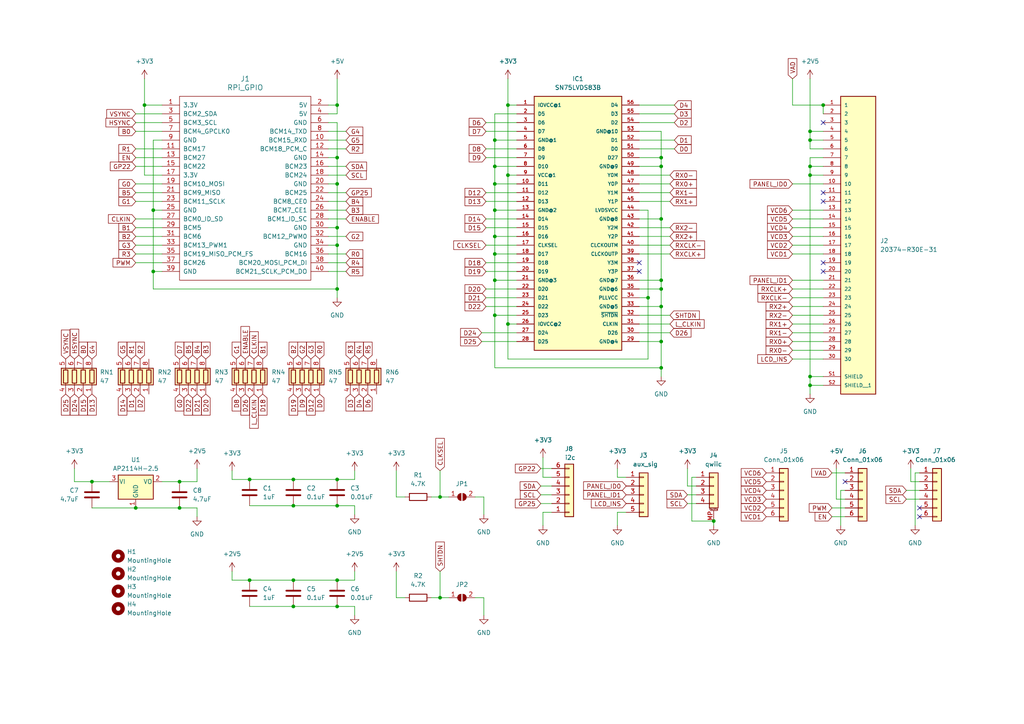
<source format=kicad_sch>
(kicad_sch (version 20231120) (generator "eeschema") (generator_version "8.0")
  (paper "A4")
  (title_block (title "Project Koyomi LVDS Hat") (date "2024-04-26") (rev "1.1"))
  (junction (at 127.635 144.145))
  (junction (at 41.91 30.48))
  (junction (at 85.09 168.275))
  (junction (at 191.77 45.72))
  (junction (at 143.51 81.28))
  (junction (at 234.95 38.1))
  (junction (at 191.77 88.9))
  (junction (at 234.95 50.8))
  (junction (at 143.51 73.66))
  (junction (at 234.95 48.26))
  (junction (at 72.39 139.065))
  (junction (at 191.77 81.28))
  (junction (at 97.79 30.48))
  (junction (at 97.79 66.04))
  (junction (at 26.67 139.7))
  (junction (at 234.95 40.64))
  (junction (at 191.77 63.5))
  (junction (at 143.51 60.96))
  (junction (at 147.32 50.8))
  (junction (at 97.79 83.82))
  (junction (at 147.32 30.48))
  (junction (at 85.09 139.065))
  (junction (at 44.45 78.74))
  (junction (at 207.01 151.13))
  (junction (at 191.77 83.82))
  (junction (at 191.77 99.06))
  (junction (at 127.635 173.355))
  (junction (at 44.45 60.96))
  (junction (at 85.09 146.685))
  (junction (at 143.51 68.58))
  (junction (at 97.79 175.895))
  (junction (at 143.51 53.34))
  (junction (at 97.79 139.065))
  (junction (at 234.95 111.76))
  (junction (at 52.07 147.32))
  (junction (at 143.51 48.26))
  (junction (at 97.79 45.72))
  (junction (at 85.09 175.895))
  (junction (at 97.79 71.12))
  (junction (at 39.37 147.32))
  (junction (at 52.07 139.7))
  (junction (at 143.51 91.44))
  (junction (at 191.77 48.26))
  (junction (at 238.76 30.48))
  (junction (at 234.95 109.22))
  (junction (at 97.79 168.275))
  (junction (at 147.32 93.98))
  (junction (at 143.51 40.64))
  (junction (at 191.77 106.68))
  (junction (at 97.79 146.685))
  (junction (at 97.79 53.34))
  (junction (at 72.39 168.275))
  (junction (at 187.96 86.36))
  (no_connect (at 266.7 147.32))
  (no_connect (at 238.76 78.74))
  (no_connect (at 238.76 35.56))
  (no_connect (at 266.7 149.86))
  (no_connect (at 238.76 55.88))
  (no_connect (at 185.42 78.74))
  (no_connect (at 238.76 58.42))
  (no_connect (at 238.76 76.2))
  (no_connect (at 245.11 139.7))
  (no_connect (at 185.42 76.2))
  (wire (pts (xy 185.42 83.82) (xy 191.77 83.82)))
  (wire (pts (xy 41.91 22.86) (xy 41.91 30.48)))
  (wire (pts (xy 191.77 81.28) (xy 191.77 83.82)))
  (wire (pts (xy 185.42 88.9) (xy 191.77 88.9)))
  (wire (pts (xy 97.79 66.04) (xy 97.79 71.12)))
  (wire (pts (xy 191.77 38.1) (xy 191.77 45.72)))
  (wire (pts (xy 185.42 63.5) (xy 191.77 63.5)))
  (wire (pts (xy 97.79 146.685) (xy 102.87 146.685)))
  (wire (pts (xy 140.97 86.36) (xy 149.86 86.36)))
  (wire (pts (xy 185.42 93.98) (xy 194.31 93.98)))
  (wire (pts (xy 72.39 175.895) (xy 85.09 175.895)))
  (wire (pts (xy 67.31 139.065) (xy 72.39 139.065)))
  (wire (pts (xy 95.25 45.72) (xy 97.79 45.72)))
  (wire (pts (xy 229.87 81.28) (xy 238.76 81.28)))
  (wire (pts (xy 149.86 33.02) (xy 143.51 33.02)))
  (wire (pts (xy 147.32 22.86) (xy 147.32 30.48)))
  (wire (pts (xy 264.16 135.89) (xy 264.16 139.7)))
  (wire (pts (xy 67.31 165.735) (xy 67.31 168.275)))
  (wire (pts (xy 26.67 139.7) (xy 31.75 139.7)))
  (wire (pts (xy 143.51 81.28) (xy 143.51 91.44)))
  (wire (pts (xy 44.45 60.96) (xy 44.45 78.74)))
  (wire (pts (xy 137.795 144.145) (xy 140.335 144.145)))
  (wire (pts (xy 95.25 48.26) (xy 100.33 48.26)))
  (wire (pts (xy 179.07 152.4) (xy 179.07 148.59)))
  (wire (pts (xy 143.51 33.02) (xy 143.51 40.64)))
  (wire (pts (xy 234.95 48.26) (xy 238.76 48.26)))
  (wire (pts (xy 181.61 138.43) (xy 179.07 138.43)))
  (wire (pts (xy 97.79 175.895) (xy 102.87 175.895)))
  (wire (pts (xy 185.42 55.88) (xy 194.31 55.88)))
  (wire (pts (xy 39.37 45.72) (xy 46.99 45.72)))
  (wire (pts (xy 185.42 48.26) (xy 191.77 48.26)))
  (wire (pts (xy 185.42 53.34) (xy 194.31 53.34)))
  (wire (pts (xy 95.25 73.66) (xy 100.33 73.66)))
  (wire (pts (xy 147.32 30.48) (xy 147.32 50.8)))
  (wire (pts (xy 229.87 30.48) (xy 238.76 30.48)))
  (wire (pts (xy 52.07 139.7) (xy 57.15 139.7)))
  (wire (pts (xy 97.79 35.56) (xy 97.79 45.72)))
  (wire (pts (xy 97.79 83.82) (xy 44.45 83.82)))
  (wire (pts (xy 191.77 48.26) (xy 191.77 63.5)))
  (wire (pts (xy 95.25 40.64) (xy 100.33 40.64)))
  (wire (pts (xy 207.01 151.13) (xy 207.01 152.4)))
  (wire (pts (xy 44.45 60.96) (xy 46.99 60.96)))
  (wire (pts (xy 229.87 73.66) (xy 238.76 73.66)))
  (wire (pts (xy 114.935 144.145) (xy 114.935 136.525)))
  (wire (pts (xy 143.51 106.68) (xy 191.77 106.68)))
  (wire (pts (xy 72.39 146.685) (xy 85.09 146.685)))
  (wire (pts (xy 185.42 60.96) (xy 187.96 60.96)))
  (wire (pts (xy 39.37 35.56) (xy 46.99 35.56)))
  (wire (pts (xy 143.51 68.58) (xy 149.86 68.58)))
  (wire (pts (xy 238.76 45.72) (xy 234.95 45.72)))
  (wire (pts (xy 95.25 33.02) (xy 97.79 33.02)))
  (wire (pts (xy 140.97 78.74) (xy 149.86 78.74)))
  (wire (pts (xy 21.59 135.89) (xy 21.59 139.7)))
  (wire (pts (xy 185.42 30.48) (xy 195.58 30.48)))
  (wire (pts (xy 97.79 22.86) (xy 97.79 30.48)))
  (wire (pts (xy 72.39 139.065) (xy 85.09 139.065)))
  (wire (pts (xy 185.42 91.44) (xy 194.31 91.44)))
  (wire (pts (xy 147.32 30.48) (xy 149.86 30.48)))
  (wire (pts (xy 234.95 22.86) (xy 234.95 38.1)))
  (wire (pts (xy 85.09 168.275) (xy 97.79 168.275)))
  (wire (pts (xy 143.51 48.26) (xy 143.51 53.34)))
  (wire (pts (xy 85.09 139.065) (xy 97.79 139.065)))
  (wire (pts (xy 234.95 38.1) (xy 234.95 40.64)))
  (wire (pts (xy 156.845 143.51) (xy 160.02 143.51)))
  (wire (pts (xy 229.87 96.52) (xy 238.76 96.52)))
  (wire (pts (xy 140.97 83.82) (xy 149.86 83.82)))
  (wire (pts (xy 191.77 45.72) (xy 191.77 48.26)))
  (wire (pts (xy 200.66 151.13) (xy 207.01 151.13)))
  (wire (pts (xy 143.51 73.66) (xy 143.51 81.28)))
  (wire (pts (xy 67.31 136.525) (xy 67.31 139.065)))
  (wire (pts (xy 140.97 35.56) (xy 149.86 35.56)))
  (wire (pts (xy 185.42 40.64) (xy 195.58 40.64)))
  (wire (pts (xy 241.3 137.16) (xy 245.11 137.16)))
  (wire (pts (xy 95.25 68.58) (xy 100.33 68.58)))
  (wire (pts (xy 229.87 86.36) (xy 238.76 86.36)))
  (wire (pts (xy 199.39 135.89) (xy 199.39 140.97)))
  (wire (pts (xy 238.76 30.48) (xy 238.76 33.02)))
  (wire (pts (xy 39.37 58.42) (xy 46.99 58.42)))
  (wire (pts (xy 140.97 88.9) (xy 149.86 88.9)))
  (wire (pts (xy 143.51 91.44) (xy 149.86 91.44)))
  (wire (pts (xy 191.77 88.9) (xy 191.77 99.06)))
  (wire (pts (xy 39.37 63.5) (xy 46.99 63.5)))
  (wire (pts (xy 185.42 43.18) (xy 195.58 43.18)))
  (wire (pts (xy 187.96 60.96) (xy 187.96 86.36)))
  (wire (pts (xy 185.42 58.42) (xy 194.31 58.42)))
  (wire (pts (xy 39.37 43.18) (xy 46.99 43.18)))
  (wire (pts (xy 185.42 86.36) (xy 187.96 86.36)))
  (wire (pts (xy 127.635 144.145) (xy 130.175 144.145)))
  (wire (pts (xy 102.87 136.525) (xy 102.87 139.065)))
  (wire (pts (xy 95.25 35.56) (xy 97.79 35.56)))
  (wire (pts (xy 157.48 132.715) (xy 157.48 138.43)))
  (wire (pts (xy 234.95 40.64) (xy 234.95 43.18)))
  (wire (pts (xy 187.96 104.14) (xy 147.32 104.14)))
  (wire (pts (xy 26.67 147.32) (xy 39.37 147.32)))
  (wire (pts (xy 39.37 73.66) (xy 46.99 73.66)))
  (wire (pts (xy 185.42 35.56) (xy 195.58 35.56)))
  (wire (pts (xy 147.32 50.8) (xy 149.86 50.8)))
  (wire (pts (xy 187.96 86.36) (xy 187.96 104.14)))
  (wire (pts (xy 262.89 144.78) (xy 266.7 144.78)))
  (wire (pts (xy 57.15 139.7) (xy 57.15 135.89)))
  (wire (pts (xy 52.07 147.32) (xy 57.15 147.32)))
  (wire (pts (xy 97.79 53.34) (xy 97.79 66.04)))
  (wire (pts (xy 102.87 165.735) (xy 102.87 168.275)))
  (wire (pts (xy 229.87 63.5) (xy 238.76 63.5)))
  (wire (pts (xy 241.3 147.32) (xy 245.11 147.32)))
  (wire (pts (xy 39.37 76.2) (xy 46.99 76.2)))
  (wire (pts (xy 127.635 136.525) (xy 127.635 144.145)))
  (wire (pts (xy 234.95 111.76) (xy 238.76 111.76)))
  (wire (pts (xy 85.09 175.895) (xy 97.79 175.895)))
  (wire (pts (xy 185.42 73.66) (xy 194.31 73.66)))
  (wire (pts (xy 117.475 144.145) (xy 114.935 144.145)))
  (wire (pts (xy 143.51 60.96) (xy 143.51 68.58)))
  (wire (pts (xy 140.97 55.88) (xy 149.86 55.88)))
  (wire (pts (xy 143.51 68.58) (xy 143.51 73.66)))
  (wire (pts (xy 39.37 66.04) (xy 46.99 66.04)))
  (wire (pts (xy 242.57 144.78) (xy 245.11 144.78)))
  (wire (pts (xy 156.845 146.05) (xy 160.02 146.05)))
  (wire (pts (xy 137.795 173.355) (xy 140.335 173.355)))
  (wire (pts (xy 234.95 114.3) (xy 234.95 111.76)))
  (wire (pts (xy 185.42 33.02) (xy 195.58 33.02)))
  (wire (pts (xy 179.07 138.43) (xy 179.07 135.89)))
  (wire (pts (xy 127.635 165.735) (xy 127.635 173.355)))
  (wire (pts (xy 229.87 88.9) (xy 238.76 88.9)))
  (wire (pts (xy 147.32 50.8) (xy 147.32 93.98)))
  (wire (pts (xy 229.87 91.44) (xy 238.76 91.44)))
  (wire (pts (xy 140.97 76.2) (xy 149.86 76.2)))
  (wire (pts (xy 140.335 144.145) (xy 140.335 149.225)))
  (wire (pts (xy 156.845 140.97) (xy 160.02 140.97)))
  (wire (pts (xy 229.87 71.12) (xy 238.76 71.12)))
  (wire (pts (xy 229.87 68.58) (xy 238.76 68.58)))
  (wire (pts (xy 185.42 68.58) (xy 194.31 68.58)))
  (wire (pts (xy 39.37 71.12) (xy 46.99 71.12)))
  (wire (pts (xy 185.42 81.28) (xy 191.77 81.28)))
  (wire (pts (xy 179.07 148.59) (xy 181.61 148.59)))
  (wire (pts (xy 85.09 146.685) (xy 97.79 146.685)))
  (wire (pts (xy 234.95 45.72) (xy 234.95 48.26)))
  (wire (pts (xy 191.77 83.82) (xy 191.77 88.9)))
  (wire (pts (xy 39.37 38.1) (xy 46.99 38.1)))
  (wire (pts (xy 97.79 71.12) (xy 97.79 83.82)))
  (wire (pts (xy 97.79 86.36) (xy 97.79 83.82)))
  (wire (pts (xy 95.25 71.12) (xy 97.79 71.12)))
  (wire (pts (xy 201.93 138.43) (xy 200.66 138.43)))
  (wire (pts (xy 185.42 66.04) (xy 194.31 66.04)))
  (wire (pts (xy 39.37 55.88) (xy 46.99 55.88)))
  (wire (pts (xy 199.39 143.51) (xy 201.93 143.51)))
  (wire (pts (xy 229.87 93.98) (xy 238.76 93.98)))
  (wire (pts (xy 199.39 146.05) (xy 201.93 146.05)))
  (wire (pts (xy 241.3 149.86) (xy 245.11 149.86)))
  (wire (pts (xy 97.79 45.72) (xy 97.79 53.34)))
  (wire (pts (xy 44.45 40.64) (xy 46.99 40.64)))
  (wire (pts (xy 72.39 168.275) (xy 85.09 168.275)))
  (wire (pts (xy 95.25 78.74) (xy 100.33 78.74)))
  (wire (pts (xy 238.76 109.22) (xy 234.95 109.22)))
  (wire (pts (xy 114.935 173.355) (xy 114.935 165.735)))
  (wire (pts (xy 243.84 152.4) (xy 243.84 142.24)))
  (wire (pts (xy 140.97 45.72) (xy 149.86 45.72)))
  (wire (pts (xy 147.32 93.98) (xy 149.86 93.98)))
  (wire (pts (xy 46.99 139.7) (xy 52.07 139.7)))
  (wire (pts (xy 140.97 43.18) (xy 149.86 43.18)))
  (wire (pts (xy 262.89 142.24) (xy 266.7 142.24)))
  (wire (pts (xy 117.475 173.355) (xy 114.935 173.355)))
  (wire (pts (xy 185.42 99.06) (xy 191.77 99.06)))
  (wire (pts (xy 234.95 38.1) (xy 238.76 38.1)))
  (wire (pts (xy 243.84 142.24) (xy 245.11 142.24)))
  (wire (pts (xy 234.95 48.26) (xy 234.95 50.8)))
  (wire (pts (xy 229.87 60.96) (xy 238.76 60.96)))
  (wire (pts (xy 191.77 99.06) (xy 191.77 106.68)))
  (wire (pts (xy 156.845 135.89) (xy 160.02 135.89)))
  (wire (pts (xy 199.39 140.97) (xy 201.93 140.97)))
  (wire (pts (xy 229.87 104.14) (xy 238.76 104.14)))
  (wire (pts (xy 39.37 53.34) (xy 46.99 53.34)))
  (wire (pts (xy 185.42 38.1) (xy 191.77 38.1)))
  (wire (pts (xy 41.91 30.48) (xy 41.91 50.8)))
  (wire (pts (xy 97.79 30.48) (xy 97.79 33.02)))
  (wire (pts (xy 147.32 93.98) (xy 147.32 104.14)))
  (wire (pts (xy 41.91 50.8) (xy 46.99 50.8)))
  (wire (pts (xy 234.95 50.8) (xy 234.95 109.22)))
  (wire (pts (xy 140.97 38.1) (xy 149.86 38.1)))
  (wire (pts (xy 264.16 139.7) (xy 266.7 139.7)))
  (wire (pts (xy 229.87 53.34) (xy 238.76 53.34)))
  (wire (pts (xy 57.15 147.32) (xy 57.15 149.86)))
  (wire (pts (xy 234.95 50.8) (xy 238.76 50.8)))
  (wire (pts (xy 39.37 68.58) (xy 46.99 68.58)))
  (wire (pts (xy 140.335 173.355) (xy 140.335 178.435)))
  (wire (pts (xy 265.43 137.16) (xy 266.7 137.16)))
  (wire (pts (xy 140.97 63.5) (xy 149.86 63.5)))
  (wire (pts (xy 191.77 109.22) (xy 191.77 106.68)))
  (wire (pts (xy 265.43 152.4) (xy 265.43 137.16)))
  (wire (pts (xy 143.51 91.44) (xy 143.51 106.68)))
  (wire (pts (xy 140.97 71.12) (xy 149.86 71.12)))
  (wire (pts (xy 139.7 99.06) (xy 149.86 99.06)))
  (wire (pts (xy 44.45 78.74) (xy 44.45 83.82)))
  (wire (pts (xy 100.33 55.88) (xy 95.25 55.88)))
  (wire (pts (xy 157.48 152.4) (xy 157.48 148.59)))
  (wire (pts (xy 95.25 53.34) (xy 97.79 53.34)))
  (wire (pts (xy 44.45 78.74) (xy 46.99 78.74)))
  (wire (pts (xy 149.86 53.34) (xy 143.51 53.34)))
  (wire (pts (xy 102.87 178.435) (xy 102.87 175.895)))
  (wire (pts (xy 39.37 33.02) (xy 46.99 33.02)))
  (wire (pts (xy 140.97 66.04) (xy 149.86 66.04)))
  (wire (pts (xy 242.57 135.89) (xy 242.57 144.78)))
  (wire (pts (xy 125.095 144.145) (xy 127.635 144.145)))
  (wire (pts (xy 143.51 60.96) (xy 149.86 60.96)))
  (wire (pts (xy 67.31 168.275) (xy 72.39 168.275)))
  (wire (pts (xy 200.66 138.43) (xy 200.66 151.13)))
  (wire (pts (xy 191.77 63.5) (xy 191.77 81.28)))
  (wire (pts (xy 97.79 139.065) (xy 102.87 139.065)))
  (wire (pts (xy 143.51 53.34) (xy 143.51 60.96)))
  (wire (pts (xy 39.37 48.26) (xy 46.99 48.26)))
  (wire (pts (xy 95.25 38.1) (xy 100.33 38.1)))
  (wire (pts (xy 229.87 83.82) (xy 238.76 83.82)))
  (wire (pts (xy 143.51 81.28) (xy 149.86 81.28)))
  (wire (pts (xy 95.25 66.04) (xy 97.79 66.04)))
  (wire (pts (xy 95.25 43.18) (xy 100.33 43.18)))
  (wire (pts (xy 127.635 173.355) (xy 130.175 173.355)))
  (wire (pts (xy 97.79 168.275) (xy 102.87 168.275)))
  (wire (pts (xy 140.97 58.42) (xy 149.86 58.42)))
  (wire (pts (xy 149.86 73.66) (xy 143.51 73.66)))
  (wire (pts (xy 238.76 43.18) (xy 234.95 43.18)))
  (wire (pts (xy 125.095 173.355) (xy 127.635 173.355)))
  (wire (pts (xy 229.87 22.86) (xy 229.87 30.48)))
  (wire (pts (xy 95.25 60.96) (xy 100.33 60.96)))
  (wire (pts (xy 102.87 149.225) (xy 102.87 146.685)))
  (wire (pts (xy 185.42 45.72) (xy 191.77 45.72)))
  (wire (pts (xy 95.25 50.8) (xy 100.33 50.8)))
  (wire (pts (xy 185.42 71.12) (xy 194.31 71.12)))
  (wire (pts (xy 95.25 58.42) (xy 100.33 58.42)))
  (wire (pts (xy 139.7 96.52) (xy 149.86 96.52)))
  (wire (pts (xy 234.95 109.22) (xy 234.95 111.76)))
  (wire (pts (xy 21.59 139.7) (xy 26.67 139.7)))
  (wire (pts (xy 238.76 40.64) (xy 234.95 40.64)))
  (wire (pts (xy 46.99 30.48) (xy 41.91 30.48)))
  (wire (pts (xy 229.87 66.04) (xy 238.76 66.04)))
  (wire (pts (xy 39.37 147.32) (xy 52.07 147.32)))
  (wire (pts (xy 157.48 138.43) (xy 160.02 138.43)))
  (wire (pts (xy 229.87 99.06) (xy 238.76 99.06)))
  (wire (pts (xy 157.48 148.59) (xy 160.02 148.59)))
  (wire (pts (xy 95.25 63.5) (xy 100.33 63.5)))
  (wire (pts (xy 149.86 40.64) (xy 143.51 40.64)))
  (wire (pts (xy 143.51 48.26) (xy 149.86 48.26)))
  (wire (pts (xy 44.45 60.96) (xy 44.45 40.64)))
  (wire (pts (xy 185.42 50.8) (xy 194.31 50.8)))
  (wire (pts (xy 229.87 101.6) (xy 238.76 101.6)))
  (wire (pts (xy 95.25 76.2) (xy 100.33 76.2)))
  (wire (pts (xy 143.51 40.64) (xy 143.51 48.26)))
  (wire (pts (xy 185.42 96.52) (xy 194.31 96.52)))
  (wire (pts (xy 95.25 30.48) (xy 97.79 30.48)))
  (global_label "D14" (shape input) (at 35.56 114.3 270) (property "Intersheetrefs" "${INTERSHEET_REFS}" (effects (hide yes))))
  (global_label "SCL" (shape input) (at 100.33 50.8 0) (property "Intersheetrefs" "${INTERSHEET_REFS}" (effects (hide yes))))
  (global_label "B3" (shape input) (at 100.33 60.96 0) (property "Intersheetrefs" "${INTERSHEET_REFS}" (effects (hide yes))))
  (global_label "GP22" (shape input) (at 39.37 48.26 180) (property "Intersheetrefs" "${INTERSHEET_REFS}" (effects (hide yes))))
  (global_label "L_CLKIN" (shape input) (at 73.66 114.3 270) (property "Intersheetrefs" "${INTERSHEET_REFS}" (effects (hide yes))))
  (global_label "HSYNC" (shape input) (at 21.59 104.14 90) (property "Intersheetrefs" "${INTERSHEET_REFS}" (effects (hide yes))))
  (global_label "VCD3" (shape input) (at 222.25 144.78 180) (property "Intersheetrefs" "${INTERSHEET_REFS}" (effects (hide yes))))
  (global_label "G3" (shape input) (at 90.17 104.14 90) (property "Intersheetrefs" "${INTERSHEET_REFS}" (effects (hide yes))))
  (global_label "R0" (shape input) (at 92.71 104.14 90) (property "Intersheetrefs" "${INTERSHEET_REFS}" (effects (hide yes))))
  (global_label "D9" (shape input) (at 140.97 45.72 180) (property "Intersheetrefs" "${INTERSHEET_REFS}" (effects (hide yes))))
  (global_label "G2" (shape input) (at 87.63 104.14 90) (property "Intersheetrefs" "${INTERSHEET_REFS}" (effects (hide yes))))
  (global_label "PANEL_ID0" (shape input) (at 181.61 140.97 180) (property "Intersheetrefs" "${INTERSHEET_REFS}" (effects (hide yes))))
  (global_label "D26" (shape input) (at 194.31 96.52 0) (property "Intersheetrefs" "${INTERSHEET_REFS}" (effects (hide yes))))
  (global_label "SDA" (shape input) (at 100.33 48.26 0) (property "Intersheetrefs" "${INTERSHEET_REFS}" (effects (hide yes))))
  (global_label "D25" (shape input) (at 139.7 99.06 180) (property "Intersheetrefs" "${INTERSHEET_REFS}" (effects (hide yes))))
  (global_label "R0" (shape input) (at 100.33 73.66 0) (property "Intersheetrefs" "${INTERSHEET_REFS}" (effects (hide yes))))
  (global_label "RX1+" (shape input) (at 229.87 93.98 180) (property "Intersheetrefs" "${INTERSHEET_REFS}" (effects (hide yes))))
  (global_label "G1" (shape input) (at 68.58 104.14 90) (property "Intersheetrefs" "${INTERSHEET_REFS}" (effects (hide yes))))
  (global_label "VCD4" (shape input) (at 222.25 142.24 180) (property "Intersheetrefs" "${INTERSHEET_REFS}" (effects (hide yes))))
  (global_label "G0" (shape input) (at 52.07 114.3 270) (property "Intersheetrefs" "${INTERSHEET_REFS}" (effects (hide yes))))
  (global_label "D8" (shape input) (at 140.97 43.18 180) (property "Intersheetrefs" "${INTERSHEET_REFS}" (effects (hide yes))))
  (global_label "B4" (shape input) (at 57.15 104.14 90) (property "Intersheetrefs" "${INTERSHEET_REFS}" (effects (hide yes))))
  (global_label "VCD6" (shape input) (at 222.25 137.16 180) (property "Intersheetrefs" "${INTERSHEET_REFS}" (effects (hide yes))))
  (global_label "EN" (shape input) (at 241.3 149.86 180) (property "Intersheetrefs" "${INTERSHEET_REFS}" (effects (hide yes))))
  (global_label "G3" (shape input) (at 39.37 71.12 180) (property "Intersheetrefs" "${INTERSHEET_REFS}" (effects (hide yes))))
  (global_label "GP25" (shape input) (at 156.845 146.05 180) (property "Intersheetrefs" "${INTERSHEET_REFS}" (effects (hide yes))))
  (global_label "D18" (shape input) (at 140.97 76.2 180) (property "Intersheetrefs" "${INTERSHEET_REFS}" (effects (hide yes))))
  (global_label "CLKIN" (shape input) (at 39.37 63.5 180) (property "Intersheetrefs" "${INTERSHEET_REFS}" (effects (hide yes))))
  (global_label "D2" (shape input) (at 40.64 114.3 270) (property "Intersheetrefs" "${INTERSHEET_REFS}" (effects (hide yes))))
  (global_label "RXCLK-" (shape input) (at 194.31 71.12 0) (property "Intersheetrefs" "${INTERSHEET_REFS}" (effects (hide yes))))
  (global_label "VCD2" (shape input) (at 222.25 147.32 180) (property "Intersheetrefs" "${INTERSHEET_REFS}" (effects (hide yes))))
  (global_label "D20" (shape input) (at 140.97 83.82 180) (property "Intersheetrefs" "${INTERSHEET_REFS}" (effects (hide yes))))
  (global_label "VCD1" (shape input) (at 222.25 149.86 180) (property "Intersheetrefs" "${INTERSHEET_REFS}" (effects (hide yes))))
  (global_label "LCD_INS" (shape input) (at 229.87 104.14 180) (property "Intersheetrefs" "${INTERSHEET_REFS}" (effects (hide yes))))
  (global_label "SDA" (shape input) (at 156.845 140.97 180) (property "Intersheetrefs" "${INTERSHEET_REFS}" (effects (hide yes))))
  (global_label "ENABLE" (shape input) (at 100.33 63.5 0) (property "Intersheetrefs" "${INTERSHEET_REFS}" (effects (hide yes))))
  (global_label "R2" (shape input) (at 100.33 43.18 0) (property "Intersheetrefs" "${INTERSHEET_REFS}" (effects (hide yes))))
  (global_label "R4" (shape input) (at 104.14 104.14 90) (property "Intersheetrefs" "${INTERSHEET_REFS}" (effects (hide yes))))
  (global_label "RX2-" (shape input) (at 229.87 91.44 180) (property "Intersheetrefs" "${INTERSHEET_REFS}" (effects (hide yes))))
  (global_label "RX0+" (shape input) (at 229.87 99.06 180) (property "Intersheetrefs" "${INTERSHEET_REFS}" (effects (hide yes))))
  (global_label "G1" (shape input) (at 39.37 58.42 180) (property "Intersheetrefs" "${INTERSHEET_REFS}" (effects (hide yes))))
  (global_label "B1" (shape input) (at 39.37 66.04 180) (property "Intersheetrefs" "${INTERSHEET_REFS}" (effects (hide yes))))
  (global_label "RX0+" (shape input) (at 194.31 53.34 0) (property "Intersheetrefs" "${INTERSHEET_REFS}" (effects (hide yes))))
  (global_label "R3" (shape input) (at 39.37 73.66 180) (property "Intersheetrefs" "${INTERSHEET_REFS}" (effects (hide yes))))
  (global_label "D4" (shape input) (at 104.14 114.3 270) (property "Intersheetrefs" "${INTERSHEET_REFS}" (effects (hide yes))))
  (global_label "D2" (shape input) (at 195.58 35.56 0) (property "Intersheetrefs" "${INTERSHEET_REFS}" (effects (hide yes))))
  (global_label "D6" (shape input) (at 140.97 35.56 180) (property "Intersheetrefs" "${INTERSHEET_REFS}" (effects (hide yes))))
  (global_label "R4" (shape input) (at 100.33 76.2 0) (property "Intersheetrefs" "${INTERSHEET_REFS}" (effects (hide yes))))
  (global_label "D0" (shape input) (at 92.71 114.3 270) (property "Intersheetrefs" "${INTERSHEET_REFS}" (effects (hide yes))))
  (global_label "D22" (shape input) (at 140.97 88.9 180) (property "Intersheetrefs" "${INTERSHEET_REFS}" (effects (hide yes))))
  (global_label "RX1-" (shape input) (at 194.31 55.88 0) (property "Intersheetrefs" "${INTERSHEET_REFS}" (effects (hide yes))))
  (global_label "CLKSEL" (shape input) (at 140.97 71.12 180) (property "Intersheetrefs" "${INTERSHEET_REFS}" (effects (hide yes))))
  (global_label "SHTDN" (shape input) (at 194.31 91.44 0) (property "Intersheetrefs" "${INTERSHEET_REFS}" (effects (hide yes))))
  (global_label "D7" (shape input) (at 52.07 104.14 90) (property "Intersheetrefs" "${INTERSHEET_REFS}" (effects (hide yes))))
  (global_label "D3" (shape input) (at 101.6 114.3 270) (property "Intersheetrefs" "${INTERSHEET_REFS}" (effects (hide yes))))
  (global_label "D6" (shape input) (at 106.68 114.3 270) (property "Intersheetrefs" "${INTERSHEET_REFS}" (effects (hide yes))))
  (global_label "VSYNC" (shape input) (at 39.37 33.02 180) (property "Intersheetrefs" "${INTERSHEET_REFS}" (effects (hide yes))))
  (global_label "PANEL_ID0" (shape input) (at 229.87 53.34 180) (property "Intersheetrefs" "${INTERSHEET_REFS}" (effects (hide yes))))
  (global_label "B2" (shape input) (at 85.09 104.14 90) (property "Intersheetrefs" "${INTERSHEET_REFS}" (effects (hide yes))))
  (global_label "B5" (shape input) (at 39.37 55.88 180) (property "Intersheetrefs" "${INTERSHEET_REFS}" (effects (hide yes))))
  (global_label "D26" (shape input) (at 71.12 114.3 270) (property "Intersheetrefs" "${INTERSHEET_REFS}" (effects (hide yes))))
  (global_label "D15" (shape input) (at 140.97 66.04 180) (property "Intersheetrefs" "${INTERSHEET_REFS}" (effects (hide yes))))
  (global_label "VCD3" (shape input) (at 229.87 68.58 180) (property "Intersheetrefs" "${INTERSHEET_REFS}" (effects (hide yes))))
  (global_label "D9" (shape input) (at 87.63 114.3 270) (property "Intersheetrefs" "${INTERSHEET_REFS}" (effects (hide yes))))
  (global_label "VAD" (shape input) (at 241.3 137.16 180) (property "Intersheetrefs" "${INTERSHEET_REFS}" (effects (hide yes))))
  (global_label "SDA" (shape input) (at 262.89 142.24 180) (property "Intersheetrefs" "${INTERSHEET_REFS}" (effects (hide yes))))
  (global_label "D19" (shape input) (at 85.09 114.3 270) (property "Intersheetrefs" "${INTERSHEET_REFS}" (effects (hide yes))))
  (global_label "SDA" (shape input) (at 199.39 143.51 180) (property "Intersheetrefs" "${INTERSHEET_REFS}" (effects (hide yes))))
  (global_label "VAD" (shape input) (at 229.87 22.86 90) (property "Intersheetrefs" "${INTERSHEET_REFS}" (effects (hide yes))))
  (global_label "D24" (shape input) (at 139.7 96.52 180) (property "Intersheetrefs" "${INTERSHEET_REFS}" (effects (hide yes))))
  (global_label "D13" (shape input) (at 26.67 114.3 270) (property "Intersheetrefs" "${INTERSHEET_REFS}" (effects (hide yes))))
  (global_label "G2" (shape input) (at 100.33 68.58 0) (property "Intersheetrefs" "${INTERSHEET_REFS}" (effects (hide yes))))
  (global_label "D4" (shape input) (at 195.58 30.48 0) (property "Intersheetrefs" "${INTERSHEET_REFS}" (effects (hide yes))))
  (global_label "D1" (shape input) (at 38.1 114.3 270) (property "Intersheetrefs" "${INTERSHEET_REFS}" (effects (hide yes))))
  (global_label "R5" (shape input) (at 100.33 78.74 0) (property "Intersheetrefs" "${INTERSHEET_REFS}" (effects (hide yes))))
  (global_label "VCD5" (shape input) (at 222.25 139.7 180) (property "Intersheetrefs" "${INTERSHEET_REFS}" (effects (hide yes))))
  (global_label "D12" (shape input) (at 140.97 55.88 180) (property "Intersheetrefs" "${INTERSHEET_REFS}" (effects (hide yes))))
  (global_label "GP25" (shape input) (at 100.33 55.88 0) (property "Intersheetrefs" "${INTERSHEET_REFS}" (effects (hide yes))))
  (global_label "VCD5" (shape input) (at 229.87 63.5 180) (property "Intersheetrefs" "${INTERSHEET_REFS}" (effects (hide yes))))
  (global_label "D14" (shape input) (at 140.97 63.5 180) (property "Intersheetrefs" "${INTERSHEET_REFS}" (effects (hide yes))))
  (global_label "R2" (shape input) (at 40.64 104.14 90) (property "Intersheetrefs" "${INTERSHEET_REFS}" (effects (hide yes))))
  (global_label "D7" (shape input) (at 140.97 38.1 180) (property "Intersheetrefs" "${INTERSHEET_REFS}" (effects (hide yes))))
  (global_label "D0" (shape input) (at 195.58 43.18 0) (property "Intersheetrefs" "${INTERSHEET_REFS}" (effects (hide yes))))
  (global_label "B0" (shape input) (at 24.13 104.14 90) (property "Intersheetrefs" "${INTERSHEET_REFS}" (effects (hide yes))))
  (global_label "R3" (shape input) (at 101.6 104.14 90) (property "Intersheetrefs" "${INTERSHEET_REFS}" (effects (hide yes))))
  (global_label "VCD4" (shape input) (at 229.87 66.04 180) (property "Intersheetrefs" "${INTERSHEET_REFS}" (effects (hide yes))))
  (global_label "RXCLK+" (shape input) (at 229.87 83.82 180) (property "Intersheetrefs" "${INTERSHEET_REFS}" (effects (hide yes))))
  (global_label "B5" (shape input) (at 54.61 104.14 90) (property "Intersheetrefs" "${INTERSHEET_REFS}" (effects (hide yes))))
  (global_label "SHTDN" (shape input) (at 127.635 165.735 90) (property "Intersheetrefs" "${INTERSHEET_REFS}" (effects (hide yes))))
  (global_label "RX0-" (shape input) (at 229.87 101.6 180) (property "Intersheetrefs" "${INTERSHEET_REFS}" (effects (hide yes))))
  (global_label "B3" (shape input) (at 59.69 104.14 90) (property "Intersheetrefs" "${INTERSHEET_REFS}" (effects (hide yes))))
  (global_label "SCL" (shape input) (at 262.89 144.78 180) (property "Intersheetrefs" "${INTERSHEET_REFS}" (effects (hide yes))))
  (global_label "RX0-" (shape input) (at 194.31 50.8 0) (property "Intersheetrefs" "${INTERSHEET_REFS}" (effects (hide yes))))
  (global_label "RX2+" (shape input) (at 229.87 88.9 180) (property "Intersheetrefs" "${INTERSHEET_REFS}" (effects (hide yes))))
  (global_label "RX2+" (shape input) (at 194.31 68.58 0) (property "Intersheetrefs" "${INTERSHEET_REFS}" (effects (hide yes))))
  (global_label "D22" (shape input) (at 54.61 114.3 270) (property "Intersheetrefs" "${INTERSHEET_REFS}" (effects (hide yes))))
  (global_label "B1" (shape input) (at 76.2 104.14 90) (property "Intersheetrefs" "${INTERSHEET_REFS}" (effects (hide yes))))
  (global_label "EN" (shape input) (at 39.37 45.72 180) (property "Intersheetrefs" "${INTERSHEET_REFS}" (effects (hide yes))))
  (global_label "B0" (shape input) (at 39.37 38.1 180) (property "Intersheetrefs" "${INTERSHEET_REFS}" (effects (hide yes))))
  (global_label "D12" (shape input) (at 90.17 114.3 270) (property "Intersheetrefs" "${INTERSHEET_REFS}" (effects (hide yes))))
  (global_label "G0" (shape input) (at 39.37 53.34 180) (property "Intersheetrefs" "${INTERSHEET_REFS}" (effects (hide yes))))
  (global_label "VCD6" (shape input) (at 229.87 60.96 180) (property "Intersheetrefs" "${INTERSHEET_REFS}" (effects (hide yes))))
  (global_label "D19" (shape input) (at 140.97 78.74 180) (property "Intersheetrefs" "${INTERSHEET_REFS}" (effects (hide yes))))
  (global_label "RXCLK-" (shape input) (at 229.87 86.36 180) (property "Intersheetrefs" "${INTERSHEET_REFS}" (effects (hide yes))))
  (global_label "ENABLE" (shape input) (at 71.12 104.14 90) (property "Intersheetrefs" "${INTERSHEET_REFS}" (effects (hide yes))))
  (global_label "B2" (shape input) (at 39.37 68.58 180) (property "Intersheetrefs" "${INTERSHEET_REFS}" (effects (hide yes))))
  (global_label "CLKSEL" (shape input) (at 127.635 136.525 90) (property "Intersheetrefs" "${INTERSHEET_REFS}" (effects (hide yes))))
  (global_label "PWM" (shape input) (at 241.3 147.32 180) (property "Intersheetrefs" "${INTERSHEET_REFS}" (effects (hide yes))))
  (global_label "RX1-" (shape input) (at 229.87 96.52 180) (property "Intersheetrefs" "${INTERSHEET_REFS}" (effects (hide yes))))
  (global_label "R5" (shape input) (at 106.68 104.14 90) (property "Intersheetrefs" "${INTERSHEET_REFS}" (effects (hide yes))))
  (global_label "D20" (shape input) (at 59.69 114.3 270) (property "Intersheetrefs" "${INTERSHEET_REFS}" (effects (hide yes))))
  (global_label "RXCLK+" (shape input) (at 194.31 73.66 0) (property "Intersheetrefs" "${INTERSHEET_REFS}" (effects (hide yes))))
  (global_label "G4" (shape input) (at 100.33 38.1 0) (property "Intersheetrefs" "${INTERSHEET_REFS}" (effects (hide yes))))
  (global_label "D8" (shape input) (at 68.58 114.3 270) (property "Intersheetrefs" "${INTERSHEET_REFS}" (effects (hide yes))))
  (global_label "L_CLKIN" (shape input) (at 194.31 93.98 0) (property "Intersheetrefs" "${INTERSHEET_REFS}" (effects (hide yes))))
  (global_label "D18" (shape input) (at 76.2 114.3 270) (property "Intersheetrefs" "${INTERSHEET_REFS}" (effects (hide yes))))
  (global_label "VSYNC" (shape input) (at 19.05 104.14 90) (property "Intersheetrefs" "${INTERSHEET_REFS}" (effects (hide yes))))
  (global_label "VCD2" (shape input) (at 229.87 71.12 180) (property "Intersheetrefs" "${INTERSHEET_REFS}" (effects (hide yes))))
  (global_label "SCL" (shape input) (at 199.39 146.05 180) (property "Intersheetrefs" "${INTERSHEET_REFS}" (effects (hide yes))))
  (global_label "CLKIN" (shape input) (at 73.66 104.14 90) (property "Intersheetrefs" "${INTERSHEET_REFS}" (effects (hide yes))))
  (global_label "PWM" (shape input) (at 39.37 76.2 180) (property "Intersheetrefs" "${INTERSHEET_REFS}" (effects (hide yes))))
  (global_label "D25" (shape input) (at 19.05 114.3 270) (property "Intersheetrefs" "${INTERSHEET_REFS}" (effects (hide yes))))
  (global_label "VCD1" (shape input) (at 229.87 73.66 180) (property "Intersheetrefs" "${INTERSHEET_REFS}" (effects (hide yes))))
  (global_label "D21" (shape input) (at 140.97 86.36 180) (property "Intersheetrefs" "${INTERSHEET_REFS}" (effects (hide yes))))
  (global_label "RX2-" (shape input) (at 194.31 66.04 0) (property "Intersheetrefs" "${INTERSHEET_REFS}" (effects (hide yes))))
  (global_label "LCD_INS" (shape input) (at 181.61 146.05 180) (property "Intersheetrefs" "${INTERSHEET_REFS}" (effects (hide yes))))
  (global_label "D15" (shape input) (at 24.13 114.3 270) (property "Intersheetrefs" "${INTERSHEET_REFS}" (effects (hide yes))))
  (global_label "D13" (shape input) (at 140.97 58.42 180) (property "Intersheetrefs" "${INTERSHEET_REFS}" (effects (hide yes))))
  (global_label "D3" (shape input) (at 195.58 33.02 0) (property "Intersheetrefs" "${INTERSHEET_REFS}" (effects (hide yes))))
  (global_label "D1" (shape input) (at 195.58 40.64 0) (property "Intersheetrefs" "${INTERSHEET_REFS}" (effects (hide yes))))
  (global_label "G5" (shape input) (at 35.56 104.14 90) (property "Intersheetrefs" "${INTERSHEET_REFS}" (effects (hide yes))))
  (global_label "R1" (shape input) (at 38.1 104.14 90) (property "Intersheetrefs" "${INTERSHEET_REFS}" (effects (hide yes))))
  (global_label "D24" (shape input) (at 21.59 114.3 270) (property "Intersheetrefs" "${INTERSHEET_REFS}" (effects (hide yes))))
  (global_label "B4" (shape input) (at 100.33 58.42 0) (property "Intersheetrefs" "${INTERSHEET_REFS}" (effects (hide yes))))
  (global_label "D21" (shape input) (at 57.15 114.3 270) (property "Intersheetrefs" "${INTERSHEET_REFS}" (effects (hide yes))))
  (global_label "PANEL_ID1" (shape input) (at 229.87 81.28 180) (property "Intersheetrefs" "${INTERSHEET_REFS}" (effects (hide yes))))
  (global_label "R1" (shape input) (at 39.37 43.18 180) (property "Intersheetrefs" "${INTERSHEET_REFS}" (effects (hide yes))))
  (global_label "GP22" (shape input) (at 156.845 135.89 180) (property "Intersheetrefs" "${INTERSHEET_REFS}" (effects (hide yes))))
  (global_label "G4" (shape input) (at 26.67 104.14 90) (property "Intersheetrefs" "${INTERSHEET_REFS}" (effects (hide yes))))
  (global_label "G5" (shape input) (at 100.33 40.64 0) (property "Intersheetrefs" "${INTERSHEET_REFS}" (effects (hide yes))))
  (global_label "SCL" (shape input) (at 156.845 143.51 180) (property "Intersheetrefs" "${INTERSHEET_REFS}" (effects (hide yes))))
  (global_label "RX1+" (shape input) (at 194.31 58.42 0) (property "Intersheetrefs" "${INTERSHEET_REFS}" (effects (hide yes))))
  (global_label "HSYNC" (shape input) (at 39.37 35.56 180) (property "Intersheetrefs" "${INTERSHEET_REFS}" (effects (hide yes))))
  (global_label "PANEL_ID1" (shape input) (at 181.61 143.51 180) (property "Intersheetrefs" "${INTERSHEET_REFS}" (effects (hide yes))))
  (symbol (lib_id "Mechanical:MountingHole") (at 34.29 171.45 0) (unit 1)
    (property "Reference" "H3" (at 36.83 170.18 0) (effects (justify left)))
    (property "Value" "MountingHole" (at 36.83 172.72 0) (effects (justify left)))
    (property "Footprint" "RPi_Hat_Template:RPi_Hat_Mounting_Hole" (effects (hide yes)))
  )
  (symbol (lib_id "power:GND") (at 243.84 152.4 0) (unit 1)
    (property "Reference" "#PWR015" (effects (hide yes)))
    (property "Value" "GND" (at 243.84 157.48 0))
  )
  (symbol (lib_id "power:+3V3") (at 114.935 165.735 0) (unit 1)
    (property "Reference" "#PWR07" (effects (hide yes)))
    (property "Value" "+3V3" (at 114.935 160.655 0))
  )
  (symbol (lib_id "Connector_Generic:Conn_01x06") (at 250.19 142.24 0) (unit 1)
    (property "Reference" "J6" (at 250.19 130.81 0))
    (property "Value" "Conn_01x06" (at 250.19 133.35 0))
    (property "Footprint" "Connector_PinHeader_2.54mm:PinHeader_1x06_P2.54mm_Vertical" (effects (hide yes)))
  )
  (symbol (lib_id "Device:C") (at 97.79 142.875 0) (unit 1)
    (property "Reference" "C3" (at 101.6 141.605 0) (effects (justify left)))
    (property "Value" "0.01uF" (at 101.6 144.145 0) (effects (justify left)))
    (property "Footprint" "Capacitor_SMD:C_0603_1608Metric_Pad1.08x0.95mm_HandSolder" (effects (hide yes)))
  )
  (symbol (lib_id "Mechanical:MountingHole") (at 34.29 161.29 0) (unit 1)
    (property "Reference" "H1" (at 36.83 160.02 0) (effects (justify left)))
    (property "Value" "MountingHole" (at 36.83 162.56 0) (effects (justify left)))
    (property "Footprint" "RPi_Hat_Template:RPi_Hat_Mounting_Hole" (effects (hide yes)))
  )
  (symbol (lib_id "power:GND") (at 157.48 152.4 0) (unit 1)
    (property "Reference" "#PWR030" (effects (hide yes)))
    (property "Value" "GND" (at 157.48 157.48 0))
  )
  (symbol (lib_id "power:+2V5") (at 234.95 22.86 0) (unit 1)
    (property "Reference" "#PWR028" (effects (hide yes)))
    (property "Value" "+2V5" (at 234.95 17.78 0))
  )
  (symbol (lib_id "Connector_Generic:Conn_01x06") (at 271.78 142.24 0) (unit 1)
    (property "Reference" "J7" (at 270.51 130.81 0) (effects (justify left)))
    (property "Value" "Conn_01x06" (at 265.43 133.35 0) (effects (justify left)))
    (property "Footprint" "Connector_PinHeader_2.54mm:PinHeader_1x06_P2.54mm_Vertical" (effects (hide yes)))
  )
  (symbol (lib_id "Device:R_Pack04") (at 104.14 109.22 0) (mirror y) (unit 1)
    (property "Reference" "RN6" (at 111.76 107.9501 0) (effects (justify right)))
    (property "Value" "47" (at 111.76 110.4901 0) (effects (justify right)))
    (property "Footprint" "Resistor_SMD:R_Array_Convex_4x0603" (effects (hide yes)))
    (property "Description" "4 resistor network, parallel topology" (effects (hide yes)))
  )
  (symbol (lib_id "power:+3V3") (at 179.07 135.89 0) (unit 1)
    (property "Reference" "#PWR018" (effects (hide yes)))
    (property "Value" "+3V3" (at 179.07 130.81 0))
  )
  (symbol (lib_id "Device:R_Pack04") (at 54.61 109.22 0) (mirror y) (unit 1)
    (property "Reference" "RN3" (at 62.23 107.9501 0) (effects (justify right)))
    (property "Value" "47" (at 62.23 110.4901 0) (effects (justify right)))
    (property "Footprint" "Resistor_SMD:R_Array_Convex_4x0603" (effects (hide yes)))
    (property "Description" "4 resistor network, parallel topology" (effects (hide yes)))
  )
  (symbol (lib_id "power:GND") (at 265.43 152.4 0) (unit 1)
    (property "Reference" "#PWR022" (effects (hide yes)))
    (property "Value" "GND" (at 265.43 157.48 0))
  )
  (symbol (lib_id "power:+3V3") (at 114.935 136.525 0) (unit 1)
    (property "Reference" "#PWR03" (effects (hide yes)))
    (property "Value" "+3V3" (at 114.935 131.445 0))
  )
  (symbol (lib_id "power:GND") (at 191.77 109.22 0) (unit 1)
    (property "Reference" "#PWR011" (effects (hide yes)))
    (property "Value" "GND" (at 191.77 114.3 0))
  )
  (symbol (lib_id "power:+2V5") (at 67.31 165.735 0) (unit 1)
    (property "Reference" "#PWR02" (effects (hide yes)))
    (property "Value" "+2V5" (at 67.31 160.655 0))
  )
  (symbol (lib_id "Device:C") (at 26.67 143.51 0) (unit 1)
    (property "Reference" "C7" (at 22.86 142.24 0) (effects (justify right)))
    (property "Value" "4.7uF" (at 22.86 144.78 0) (effects (justify right)))
    (property "Footprint" "Capacitor_SMD:C_0603_1608Metric_Pad1.08x0.95mm_HandSolder" (effects (hide yes)))
  )
  (symbol (lib_id "power:GND") (at 140.335 149.225 0) (unit 1)
    (property "Reference" "#PWR04" (effects (hide yes)))
    (property "Value" "GND" (at 140.335 154.305 0))
  )
  (symbol (lib_id "Device:C") (at 52.07 143.51 0) (unit 1)
    (property "Reference" "C8" (at 55.88 142.24 0) (effects (justify left)))
    (property "Value" "4.7uF" (at 55.88 144.78 0) (effects (justify left)))
    (property "Footprint" "Capacitor_SMD:C_0603_1608Metric_Pad1.08x0.95mm_HandSolder" (effects (hide yes)))
  )
  (symbol (lib_id "Jumper:SolderJumper_2_Open") (at 133.985 144.145 0) (unit 1)
    (property "Reference" "JP1" (at 133.985 140.335 0))
    (property "Value" "CLKSEL" (effects (hide yes)))
    (property "Footprint" "Jumper:SolderJumper-2_P1.3mm_Open_RoundedPad1.0x1.5mm" (effects (hide yes)))
  )
  (symbol (lib_id "Device:R") (at 121.285 144.145 90) (unit 1)
    (property "Reference" "R1" (at 121.285 137.795 90))
    (property "Value" "4.7K" (at 121.285 140.335 90))
    (property "Footprint" "Resistor_SMD:R_0603_1608Metric_Pad0.98x0.95mm_HandSolder" (effects (hide yes)))
  )
  (symbol (lib_id "Device:R_Pack04") (at 38.1 109.22 0) (mirror y) (unit 1)
    (property "Reference" "RN2" (at 45.72 107.95 0) (effects (justify right)))
    (property "Value" "47" (at 45.72 110.49 0) (effects (justify right)))
    (property "Footprint" "Resistor_SMD:R_Array_Convex_4x0603" (effects (hide yes)))
    (property "Description" "4 resistor network, parallel topology" (effects (hide yes)))
  )
  (symbol (lib_id "Jumper:SolderJumper_2_Open") (at 133.985 173.355 0) (unit 1)
    (property "Reference" "JP2" (at 133.985 169.545 0))
    (property "Value" "SHTDN" (effects (hide yes)))
    (property "Footprint" "Jumper:SolderJumper-2_P1.3mm_Open_RoundedPad1.0x1.5mm" (effects (hide yes)))
  )
  (symbol (lib_id "power:+3V3") (at 147.32 22.86 0) (unit 1)
    (property "Reference" "#PWR026" (effects (hide yes)))
    (property "Value" "+3V3" (at 147.32 17.78 0))
  )
  (symbol (lib_id "Device:R_Pack04") (at 71.12 109.22 0) (mirror y) (unit 1)
    (property "Reference" "RN4" (at 78.74 107.9501 0) (effects (justify right)))
    (property "Value" "47" (at 78.74 110.4901 0) (effects (justify right)))
    (property "Footprint" "Resistor_SMD:R_Array_Convex_4x0603" (effects (hide yes)))
    (property "Description" "4 resistor network, parallel topology" (effects (hide yes)))
  )
  (symbol (lib_id "Device:R") (at 121.285 173.355 90) (unit 1)
    (property "Reference" "R2" (at 121.285 167.005 90))
    (property "Value" "4.7K" (at 121.285 169.545 90))
    (property "Footprint" "Resistor_SMD:R_0603_1608Metric_Pad0.98x0.95mm_HandSolder" (effects (hide yes)))
  )
  (symbol (lib_id "Device:C") (at 72.39 172.085 0) (unit 1)
    (property "Reference" "C4" (at 76.2 170.815 0) (effects (justify left)))
    (property "Value" "1uF" (at 76.2 173.355 0) (effects (justify left)))
    (property "Footprint" "Capacitor_SMD:C_0603_1608Metric_Pad1.08x0.95mm_HandSolder" (effects (hide yes)))
  )
  (symbol (lib_id "power:+5V") (at 242.57 135.89 0) (unit 1)
    (property "Reference" "#PWR020" (effects (hide yes)))
    (property "Value" "+5V" (at 242.57 130.81 0))
  )
  (symbol (lib_id "power:+3V3") (at 157.48 132.715 0) (unit 1)
    (property "Reference" "#PWR029" (effects (hide yes)))
    (property "Value" "+3V3" (at 157.48 127.635 0))
  )
  (symbol (lib_id "power:GND") (at 97.79 86.36 0) (unit 1)
    (property "Reference" "#PWR012" (effects (hide yes)))
    (property "Value" "GND" (at 97.79 91.44 0))
  )
  (symbol (lib_id "power:+3V3") (at 41.91 22.86 0) (unit 1)
    (property "Reference" "#PWR010" (effects (hide yes)))
    (property "Value" "+3V3" (at 41.91 17.78 0))
  )
  (symbol (lib_id "Connector_Generic:Conn_01x06") (at 165.1 143.51 0) (mirror x) (unit 1)
    (property "Reference" "J8" (at 163.83 130.175 0) (effects (justify left)))
    (property "Value" "i2c" (at 163.83 132.715 0) (effects (justify left)))
    (property "Footprint" "Connector_PinHeader_2.54mm:PinHeader_1x06_P2.54mm_Vertical" (effects (hide yes)))
  )
  (symbol (lib_id "power:GND") (at 234.95 114.3 0) (unit 1)
    (property "Reference" "#PWR06" (effects (hide yes)))
    (property "Value" "GND" (at 234.95 119.38 0))
  )
  (symbol (lib_id "RPi_Hat:RPi_GPIO") (at 52.07 30.48 0) (unit 1)
    (property "Reference" "J1" (at 71.12 22.86 0) (effects (font (size 1.524 1.524))))
    (property "Value" "RPi_GPIO" (at 71.12 25.4 0) (effects (font (size 1.524 1.524))))
    (property "Footprint" "RPi_Hat_Template:Samtec_HLE-120-02-XXX-DV-BE-XX-XX" (effects (hide yes)))
  )
  (symbol (lib_id "power:+3V3") (at 102.87 136.525 0) (unit 1)
    (property "Reference" "#PWR025" (effects (hide yes)))
    (property "Value" "+3V3" (at 102.87 131.445 0))
  )
  (symbol (lib_id "power:+5V") (at 97.79 22.86 0) (unit 1)
    (property "Reference" "#PWR014" (effects (hide yes)))
    (property "Value" "+5V" (at 97.79 17.78 0))
  )
  (symbol (lib_id "power:GND") (at 102.87 149.225 0) (unit 1)
    (property "Reference" "#PWR08" (effects (hide yes)))
    (property "Value" "GND" (at 102.87 154.305 0))
  )
  (symbol (lib_id "Connector_Generic_MountingPin:Conn_01x04_MountingPin") (at 207.01 140.97 0) (unit 1)
    (property "Reference" "J4" (at 205.74 132.08 0) (effects (justify left)))
    (property "Value" "qwiic" (at 204.47 134.62 0) (effects (justify left)))
    (property "Footprint" "Connector_JST:JST_SH_SM04B-SRSS-TB_1x04-1MP_P1.00mm_Horizontal" (effects (hide yes)))
  )
  (symbol (lib_id "Regulators:AMS1117-2.5") (at 39.37 139.7 0) (unit 1)
    (property "Reference" "U1" (at 39.37 133.35 0))
    (property "Value" "AP2114H-2.5" (at 39.37 135.89 0))
    (property "Footprint" "Package_TO_SOT_SMD:SOT-223-3_TabPin2" (effects (hide yes)))
    (property "Datasheet" "https://www.diodes.com/assets/Datasheets/AP2114.pdf" (effects (hide yes)))
  )
  (symbol (lib_id "Device:C") (at 85.09 172.085 0) (unit 1)
    (property "Reference" "C5" (at 88.9 170.815 0) (effects (justify left)))
    (property "Value" "0.1uF" (at 88.9 173.355 0) (effects (justify left)))
    (property "Footprint" "Capacitor_SMD:C_0603_1608Metric_Pad1.08x0.95mm_HandSolder" (effects (hide yes)))
  )
  (symbol (lib_id "Mechanical:MountingHole") (at 34.29 176.53 0) (unit 1)
    (property "Reference" "H4" (at 36.83 175.26 0) (effects (justify left)))
    (property "Value" "MountingHole" (at 36.83 177.8 0) (effects (justify left)))
    (property "Footprint" "RPi_Hat_Template:RPi_Hat_Mounting_Hole" (effects (hide yes)))
  )
  (symbol (lib_id "power:+2V5") (at 57.15 135.89 0) (unit 1)
    (property "Reference" "#PWR09" (effects (hide yes)))
    (property "Value" "+2V5" (at 57.15 130.81 0))
  )
  (symbol (lib_id "power:GND") (at 140.335 178.435 0) (unit 1)
    (property "Reference" "#PWR017" (effects (hide yes)))
    (property "Value" "GND" (at 140.335 183.515 0))
  )
  (symbol (lib_id "power:GND") (at 207.01 152.4 0) (unit 1)
    (property "Reference" "#PWR023" (effects (hide yes)))
    (property "Value" "GND" (at 207.01 157.48 0))
  )
  (symbol (lib_id "Connector_Generic:Conn_01x05") (at 186.69 143.51 0) (unit 1)
    (property "Reference" "J3" (at 185.42 132.08 0) (effects (justify left)))
    (property "Value" "aux_sig" (at 183.515 134.62 0) (effects (justify left)))
    (property "Footprint" "Connector_PinSocket_2.54mm:PinSocket_1x05_P2.54mm_Vertical" (effects (hide yes)))
  )
  (symbol (lib_id "Device:C") (at 97.79 172.085 0) (unit 1)
    (property "Reference" "C6" (at 101.6 170.815 0) (effects (justify left)))
    (property "Value" "0.01uF" (at 101.6 173.355 0) (effects (justify left)))
    (property "Footprint" "Capacitor_SMD:C_0603_1608Metric_Pad1.08x0.95mm_HandSolder" (effects (hide yes)))
  )
  (symbol (lib_id "Device:C") (at 85.09 142.875 0) (unit 1)
    (property "Reference" "C2" (at 88.9 141.605 0) (effects (justify left)))
    (property "Value" "0.1uF" (at 88.9 144.145 0) (effects (justify left)))
    (property "Footprint" "Capacitor_SMD:C_0603_1608Metric_Pad1.08x0.95mm_HandSolder" (effects (hide yes)))
  )
  (symbol (lib_id "power:+3V3") (at 21.59 135.89 0) (unit 1)
    (property "Reference" "#PWR019" (effects (hide yes)))
    (property "Value" "+3V3" (at 21.59 130.81 0))
  )
  (symbol (lib_id "power:+2V5") (at 102.87 165.735 0) (unit 1)
    (property "Reference" "#PWR027" (effects (hide yes)))
    (property "Value" "+2V5" (at 102.87 160.655 0))
  )
  (symbol (lib_id "20374-R30E-31:20374-R30E-31") (at 248.92 68.58 0) (unit 1)
    (property "Reference" "J2" (at 255.27 69.85 0) (effects (justify left)))
    (property "Value" "20374-R30E-31" (at 255.27 72.39 0) (effects (justify left)))
    (property "Footprint" "20374-R30E-31:I-PEX_20374-R30E-31" (effects (hide yes)))
    (property "Description" "\n30 POS Right Angle SMD 0.4 mm pitch vertical mating type micro-coaxial connector with friction lock CABLINE SS Receptacle\n" (effects (hide yes)))
    (property "MF" "I-PEX" (effects (hide yes)))
    (property "Package" "None" (effects (hide yes)))
    (property "Price" "None" (effects (hide yes)))
    (property "Check_prices" "https://www.snapeda.com/parts/20374-R30E-31/I-PEX/view-part/?ref=eda" (effects (hide yes)))
    (property "STANDARD" "Manufacturer Recommendation" (effects (hide yes)))
    (property "PARTREV" "24" (effects (hide yes)))
    (property "SnapEDA_Link" "https://www.snapeda.com/parts/20374-R30E-31/I-PEX/view-part/?ref=snap" (effects (hide yes)))
    (property "MP" "20374-R30E-31" (effects (hide yes)))
    (property "Availability" "In Stock" (effects (hide yes)))
    (property "MANUFACTURER" "I-PEX" (effects (hide yes)))
  )
  (symbol (lib_id "Connector_Generic:Conn_01x06") (at 227.33 142.24 0) (unit 1)
    (property "Reference" "J5" (at 227.33 130.81 0))
    (property "Value" "Conn_01x06" (at 227.33 133.35 0))
    (property "Footprint" "Connector_PinHeader_2.54mm:PinHeader_1x06_P2.54mm_Vertical" (effects (hide yes)))
  )
  (symbol (lib_id "Mechanical:MountingHole") (at 34.29 166.37 0) (unit 1)
    (property "Reference" "H2" (at 36.83 165.1 0) (effects (justify left)))
    (property "Value" "MountingHole" (at 36.83 167.64 0) (effects (justify left)))
    (property "Footprint" "RPi_Hat_Template:RPi_Hat_Mounting_Hole" (effects (hide yes)))
  )
  (symbol (lib_id "power:+3V3") (at 199.39 135.89 0) (unit 1)
    (property "Reference" "#PWR021" (effects (hide yes)))
    (property "Value" "+3V3" (at 199.39 130.81 0))
  )
  (symbol (lib_id "power:+3V3") (at 264.16 135.89 0) (unit 1)
    (property "Reference" "#PWR024" (effects (hide yes)))
    (property "Value" "+3V3" (at 264.16 130.81 0))
  )
  (symbol (lib_id "Device:R_Pack04") (at 87.63 109.22 0) (mirror y) (unit 1)
    (property "Reference" "RN5" (at 95.25 107.9501 0) (effects (justify right)))
    (property "Value" "47" (at 95.25 110.4901 0) (effects (justify right)))
    (property "Footprint" "Resistor_SMD:R_Array_Convex_4x0603" (effects (hide yes)))
    (property "Description" "4 resistor network, parallel topology" (effects (hide yes)))
  )
  (symbol (lib_id "power:GND") (at 57.15 149.86 0) (unit 1)
    (property "Reference" "#PWR013" (effects (hide yes)))
    (property "Value" "GND" (at 57.15 154.94 0))
  )
  (symbol (lib_id "power:+3V3") (at 67.31 136.525 0) (unit 1)
    (property "Reference" "#PWR016" (effects (hide yes)))
    (property "Value" "+3V3" (at 67.31 131.445 0))
  )
  (symbol (lib_id "SN75LVDS83B:SN75LVDS83B") (at 167.64 66.04 0) (unit 1)
    (property "Reference" "IC1" (at 167.64 22.86 0))
    (property "Value" "SN75LVDS83B" (at 167.64 25.4 0))
    (property "Footprint" "SN75LVDS83B:TSSOP56" (effects (hide yes)))
    (property "Description" "\n5/0 Driver LVDS 56-BGA MICROSTAR JUNIOR (7.0x4.5)\n" (effects (hide yes)))
    (property "MF" "Texas Instruments" (effects (hide yes)))
    (property "Package" "TFSOP-56 Texas Instruments" (effects (hide yes)))
    (property "Price" "None" (effects (hide yes)))
    (property "SnapEDA_Link" "https://www.snapeda.com/parts/SN75LVDS83B/Texas+Instruments/view-part/?ref=snap" (effects (hide yes)))
    (property "MP" "SN75LVDS83B" (effects (hide yes)))
    (property "DIGIKEY" "296-24529-6-ND" (effects (hide yes)))
    (property "Availability" "Not in stock" (effects (hide yes)))
    (property "Check_prices" "https://www.snapeda.com/parts/SN75LVDS83B/Texas+Instruments/view-part/?ref=eda" (effects (hide yes)))
  )
  (symbol (lib_id "power:GND") (at 102.87 178.435 0) (unit 1)
    (property "Reference" "#PWR05" (effects (hide yes)))
    (property "Value" "GND" (at 102.87 183.515 0))
  )
  (symbol (lib_id "Device:C") (at 72.39 142.875 0) (unit 1)
    (property "Reference" "C1" (at 76.2 141.605 0) (effects (justify left)))
    (property "Value" "1uF" (at 76.2 144.145 0) (effects (justify left)))
    (property "Footprint" "Capacitor_SMD:C_0603_1608Metric_Pad1.08x0.95mm_HandSolder" (effects (hide yes)))
  )
  (symbol (lib_id "power:GND") (at 179.07 152.4 0) (unit 1)
    (property "Reference" "#PWR01" (effects (hide yes)))
    (property "Value" "GND" (at 179.07 157.48 0))
  )
  (symbol (lib_id "Device:R_Pack04") (at 21.59 109.22 0) (mirror y) (unit 1)
    (property "Reference" "RN1" (at 28.956 107.95 0) (effects (justify right)))
    (property "Value" "47" (at 28.956 110.49 0) (effects (justify right)))
    (property "Footprint" "Resistor_SMD:R_Array_Convex_4x0603" (effects (hide yes)))
    (property "Description" "4 resistor network, parallel topology" (effects (hide yes)))
  )
)
</source>
